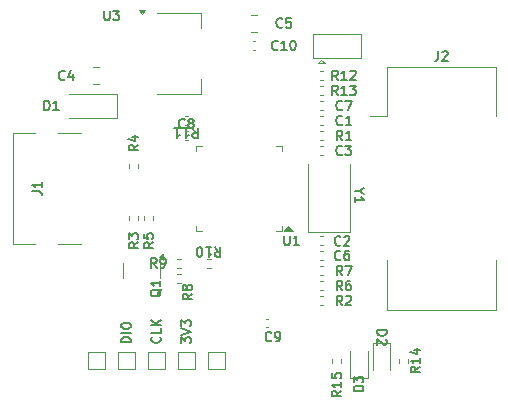
<source format=gbr>
G04 #@! TF.GenerationSoftware,KiCad,Pcbnew,9.0.2+dfsg-1*
G04 #@! TF.CreationDate,2025-08-10T10:43:45+08:00*
G04 #@! TF.ProjectId,stlink,73746c69-6e6b-42e6-9b69-6361645f7063,a*
G04 #@! TF.SameCoordinates,Original*
G04 #@! TF.FileFunction,Legend,Top*
G04 #@! TF.FilePolarity,Positive*
%FSLAX46Y46*%
G04 Gerber Fmt 4.6, Leading zero omitted, Abs format (unit mm)*
G04 Created by KiCad (PCBNEW 9.0.2+dfsg-1) date 2025-08-10 10:43:45*
%MOMM*%
%LPD*%
G01*
G04 APERTURE LIST*
%ADD10C,0.150000*%
%ADD11C,0.120000*%
G04 APERTURE END LIST*
D10*
X113951104Y-101488696D02*
X113989200Y-101526792D01*
X113989200Y-101526792D02*
X114027295Y-101641077D01*
X114027295Y-101641077D02*
X114027295Y-101717268D01*
X114027295Y-101717268D02*
X113989200Y-101831554D01*
X113989200Y-101831554D02*
X113913009Y-101907744D01*
X113913009Y-101907744D02*
X113836819Y-101945839D01*
X113836819Y-101945839D02*
X113684438Y-101983935D01*
X113684438Y-101983935D02*
X113570152Y-101983935D01*
X113570152Y-101983935D02*
X113417771Y-101945839D01*
X113417771Y-101945839D02*
X113341580Y-101907744D01*
X113341580Y-101907744D02*
X113265390Y-101831554D01*
X113265390Y-101831554D02*
X113227295Y-101717268D01*
X113227295Y-101717268D02*
X113227295Y-101641077D01*
X113227295Y-101641077D02*
X113265390Y-101526792D01*
X113265390Y-101526792D02*
X113303485Y-101488696D01*
X114027295Y-100764887D02*
X114027295Y-101145839D01*
X114027295Y-101145839D02*
X113227295Y-101145839D01*
X114027295Y-100498220D02*
X113227295Y-100498220D01*
X114027295Y-100041077D02*
X113570152Y-100383935D01*
X113227295Y-100041077D02*
X113684438Y-100498220D01*
X111487295Y-101945839D02*
X110687295Y-101945839D01*
X110687295Y-101945839D02*
X110687295Y-101755363D01*
X110687295Y-101755363D02*
X110725390Y-101641077D01*
X110725390Y-101641077D02*
X110801580Y-101564887D01*
X110801580Y-101564887D02*
X110877771Y-101526792D01*
X110877771Y-101526792D02*
X111030152Y-101488696D01*
X111030152Y-101488696D02*
X111144438Y-101488696D01*
X111144438Y-101488696D02*
X111296819Y-101526792D01*
X111296819Y-101526792D02*
X111373009Y-101564887D01*
X111373009Y-101564887D02*
X111449200Y-101641077D01*
X111449200Y-101641077D02*
X111487295Y-101755363D01*
X111487295Y-101755363D02*
X111487295Y-101945839D01*
X111487295Y-101145839D02*
X110687295Y-101145839D01*
X110687295Y-100612506D02*
X110687295Y-100460125D01*
X110687295Y-100460125D02*
X110725390Y-100383935D01*
X110725390Y-100383935D02*
X110801580Y-100307744D01*
X110801580Y-100307744D02*
X110953961Y-100269649D01*
X110953961Y-100269649D02*
X111220628Y-100269649D01*
X111220628Y-100269649D02*
X111373009Y-100307744D01*
X111373009Y-100307744D02*
X111449200Y-100383935D01*
X111449200Y-100383935D02*
X111487295Y-100460125D01*
X111487295Y-100460125D02*
X111487295Y-100612506D01*
X111487295Y-100612506D02*
X111449200Y-100688697D01*
X111449200Y-100688697D02*
X111373009Y-100764887D01*
X111373009Y-100764887D02*
X111220628Y-100802983D01*
X111220628Y-100802983D02*
X110953961Y-100802983D01*
X110953961Y-100802983D02*
X110801580Y-100764887D01*
X110801580Y-100764887D02*
X110725390Y-100688697D01*
X110725390Y-100688697D02*
X110687295Y-100612506D01*
X115767295Y-102022030D02*
X115767295Y-101526792D01*
X115767295Y-101526792D02*
X116072057Y-101793458D01*
X116072057Y-101793458D02*
X116072057Y-101679173D01*
X116072057Y-101679173D02*
X116110152Y-101602982D01*
X116110152Y-101602982D02*
X116148247Y-101564887D01*
X116148247Y-101564887D02*
X116224438Y-101526792D01*
X116224438Y-101526792D02*
X116414914Y-101526792D01*
X116414914Y-101526792D02*
X116491104Y-101564887D01*
X116491104Y-101564887D02*
X116529200Y-101602982D01*
X116529200Y-101602982D02*
X116567295Y-101679173D01*
X116567295Y-101679173D02*
X116567295Y-101907744D01*
X116567295Y-101907744D02*
X116529200Y-101983935D01*
X116529200Y-101983935D02*
X116491104Y-102022030D01*
X115767295Y-101298220D02*
X116567295Y-101031553D01*
X116567295Y-101031553D02*
X115767295Y-100764887D01*
X115767295Y-100574411D02*
X115767295Y-100079173D01*
X115767295Y-100079173D02*
X116072057Y-100345839D01*
X116072057Y-100345839D02*
X116072057Y-100231554D01*
X116072057Y-100231554D02*
X116110152Y-100155363D01*
X116110152Y-100155363D02*
X116148247Y-100117268D01*
X116148247Y-100117268D02*
X116224438Y-100079173D01*
X116224438Y-100079173D02*
X116414914Y-100079173D01*
X116414914Y-100079173D02*
X116491104Y-100117268D01*
X116491104Y-100117268D02*
X116529200Y-100155363D01*
X116529200Y-100155363D02*
X116567295Y-100231554D01*
X116567295Y-100231554D02*
X116567295Y-100460125D01*
X116567295Y-100460125D02*
X116529200Y-100536316D01*
X116529200Y-100536316D02*
X116491104Y-100574411D01*
X105911667Y-79661104D02*
X105873571Y-79699200D01*
X105873571Y-79699200D02*
X105759286Y-79737295D01*
X105759286Y-79737295D02*
X105683095Y-79737295D01*
X105683095Y-79737295D02*
X105568809Y-79699200D01*
X105568809Y-79699200D02*
X105492619Y-79623009D01*
X105492619Y-79623009D02*
X105454524Y-79546819D01*
X105454524Y-79546819D02*
X105416428Y-79394438D01*
X105416428Y-79394438D02*
X105416428Y-79280152D01*
X105416428Y-79280152D02*
X105454524Y-79127771D01*
X105454524Y-79127771D02*
X105492619Y-79051580D01*
X105492619Y-79051580D02*
X105568809Y-78975390D01*
X105568809Y-78975390D02*
X105683095Y-78937295D01*
X105683095Y-78937295D02*
X105759286Y-78937295D01*
X105759286Y-78937295D02*
X105873571Y-78975390D01*
X105873571Y-78975390D02*
X105911667Y-79013485D01*
X106597381Y-79203961D02*
X106597381Y-79737295D01*
X106406905Y-78899200D02*
X106216428Y-79470628D01*
X106216428Y-79470628D02*
X106711667Y-79470628D01*
X124326667Y-75216104D02*
X124288571Y-75254200D01*
X124288571Y-75254200D02*
X124174286Y-75292295D01*
X124174286Y-75292295D02*
X124098095Y-75292295D01*
X124098095Y-75292295D02*
X123983809Y-75254200D01*
X123983809Y-75254200D02*
X123907619Y-75178009D01*
X123907619Y-75178009D02*
X123869524Y-75101819D01*
X123869524Y-75101819D02*
X123831428Y-74949438D01*
X123831428Y-74949438D02*
X123831428Y-74835152D01*
X123831428Y-74835152D02*
X123869524Y-74682771D01*
X123869524Y-74682771D02*
X123907619Y-74606580D01*
X123907619Y-74606580D02*
X123983809Y-74530390D01*
X123983809Y-74530390D02*
X124098095Y-74492295D01*
X124098095Y-74492295D02*
X124174286Y-74492295D01*
X124174286Y-74492295D02*
X124288571Y-74530390D01*
X124288571Y-74530390D02*
X124326667Y-74568485D01*
X125050476Y-74492295D02*
X124669524Y-74492295D01*
X124669524Y-74492295D02*
X124631428Y-74873247D01*
X124631428Y-74873247D02*
X124669524Y-74835152D01*
X124669524Y-74835152D02*
X124745714Y-74797057D01*
X124745714Y-74797057D02*
X124936190Y-74797057D01*
X124936190Y-74797057D02*
X125012381Y-74835152D01*
X125012381Y-74835152D02*
X125050476Y-74873247D01*
X125050476Y-74873247D02*
X125088571Y-74949438D01*
X125088571Y-74949438D02*
X125088571Y-75139914D01*
X125088571Y-75139914D02*
X125050476Y-75216104D01*
X125050476Y-75216104D02*
X125012381Y-75254200D01*
X125012381Y-75254200D02*
X124936190Y-75292295D01*
X124936190Y-75292295D02*
X124745714Y-75292295D01*
X124745714Y-75292295D02*
X124669524Y-75254200D01*
X124669524Y-75254200D02*
X124631428Y-75216104D01*
X113392295Y-93478332D02*
X113011342Y-93744999D01*
X113392295Y-93935475D02*
X112592295Y-93935475D01*
X112592295Y-93935475D02*
X112592295Y-93630713D01*
X112592295Y-93630713D02*
X112630390Y-93554523D01*
X112630390Y-93554523D02*
X112668485Y-93516428D01*
X112668485Y-93516428D02*
X112744676Y-93478332D01*
X112744676Y-93478332D02*
X112858961Y-93478332D01*
X112858961Y-93478332D02*
X112935152Y-93516428D01*
X112935152Y-93516428D02*
X112973247Y-93554523D01*
X112973247Y-93554523D02*
X113011342Y-93630713D01*
X113011342Y-93630713D02*
X113011342Y-93935475D01*
X112592295Y-92754523D02*
X112592295Y-93135475D01*
X112592295Y-93135475D02*
X112973247Y-93173571D01*
X112973247Y-93173571D02*
X112935152Y-93135475D01*
X112935152Y-93135475D02*
X112897057Y-93059285D01*
X112897057Y-93059285D02*
X112897057Y-92868809D01*
X112897057Y-92868809D02*
X112935152Y-92792618D01*
X112935152Y-92792618D02*
X112973247Y-92754523D01*
X112973247Y-92754523D02*
X113049438Y-92716428D01*
X113049438Y-92716428D02*
X113239914Y-92716428D01*
X113239914Y-92716428D02*
X113316104Y-92754523D01*
X113316104Y-92754523D02*
X113354200Y-92792618D01*
X113354200Y-92792618D02*
X113392295Y-92868809D01*
X113392295Y-92868809D02*
X113392295Y-93059285D01*
X113392295Y-93059285D02*
X113354200Y-93135475D01*
X113354200Y-93135475D02*
X113316104Y-93173571D01*
X129251667Y-94901104D02*
X129213571Y-94939200D01*
X129213571Y-94939200D02*
X129099286Y-94977295D01*
X129099286Y-94977295D02*
X129023095Y-94977295D01*
X129023095Y-94977295D02*
X128908809Y-94939200D01*
X128908809Y-94939200D02*
X128832619Y-94863009D01*
X128832619Y-94863009D02*
X128794524Y-94786819D01*
X128794524Y-94786819D02*
X128756428Y-94634438D01*
X128756428Y-94634438D02*
X128756428Y-94520152D01*
X128756428Y-94520152D02*
X128794524Y-94367771D01*
X128794524Y-94367771D02*
X128832619Y-94291580D01*
X128832619Y-94291580D02*
X128908809Y-94215390D01*
X128908809Y-94215390D02*
X129023095Y-94177295D01*
X129023095Y-94177295D02*
X129099286Y-94177295D01*
X129099286Y-94177295D02*
X129213571Y-94215390D01*
X129213571Y-94215390D02*
X129251667Y-94253485D01*
X129937381Y-94177295D02*
X129785000Y-94177295D01*
X129785000Y-94177295D02*
X129708809Y-94215390D01*
X129708809Y-94215390D02*
X129670714Y-94253485D01*
X129670714Y-94253485D02*
X129594524Y-94367771D01*
X129594524Y-94367771D02*
X129556428Y-94520152D01*
X129556428Y-94520152D02*
X129556428Y-94824914D01*
X129556428Y-94824914D02*
X129594524Y-94901104D01*
X129594524Y-94901104D02*
X129632619Y-94939200D01*
X129632619Y-94939200D02*
X129708809Y-94977295D01*
X129708809Y-94977295D02*
X129861190Y-94977295D01*
X129861190Y-94977295D02*
X129937381Y-94939200D01*
X129937381Y-94939200D02*
X129975476Y-94901104D01*
X129975476Y-94901104D02*
X130013571Y-94824914D01*
X130013571Y-94824914D02*
X130013571Y-94634438D01*
X130013571Y-94634438D02*
X129975476Y-94558247D01*
X129975476Y-94558247D02*
X129937381Y-94520152D01*
X129937381Y-94520152D02*
X129861190Y-94482057D01*
X129861190Y-94482057D02*
X129708809Y-94482057D01*
X129708809Y-94482057D02*
X129632619Y-94520152D01*
X129632619Y-94520152D02*
X129594524Y-94558247D01*
X129594524Y-94558247D02*
X129556428Y-94634438D01*
X129406667Y-82201104D02*
X129368571Y-82239200D01*
X129368571Y-82239200D02*
X129254286Y-82277295D01*
X129254286Y-82277295D02*
X129178095Y-82277295D01*
X129178095Y-82277295D02*
X129063809Y-82239200D01*
X129063809Y-82239200D02*
X128987619Y-82163009D01*
X128987619Y-82163009D02*
X128949524Y-82086819D01*
X128949524Y-82086819D02*
X128911428Y-81934438D01*
X128911428Y-81934438D02*
X128911428Y-81820152D01*
X128911428Y-81820152D02*
X128949524Y-81667771D01*
X128949524Y-81667771D02*
X128987619Y-81591580D01*
X128987619Y-81591580D02*
X129063809Y-81515390D01*
X129063809Y-81515390D02*
X129178095Y-81477295D01*
X129178095Y-81477295D02*
X129254286Y-81477295D01*
X129254286Y-81477295D02*
X129368571Y-81515390D01*
X129368571Y-81515390D02*
X129406667Y-81553485D01*
X129673333Y-81477295D02*
X130206667Y-81477295D01*
X130206667Y-81477295D02*
X129863809Y-82277295D01*
X116071667Y-83741104D02*
X116033571Y-83779200D01*
X116033571Y-83779200D02*
X115919286Y-83817295D01*
X115919286Y-83817295D02*
X115843095Y-83817295D01*
X115843095Y-83817295D02*
X115728809Y-83779200D01*
X115728809Y-83779200D02*
X115652619Y-83703009D01*
X115652619Y-83703009D02*
X115614524Y-83626819D01*
X115614524Y-83626819D02*
X115576428Y-83474438D01*
X115576428Y-83474438D02*
X115576428Y-83360152D01*
X115576428Y-83360152D02*
X115614524Y-83207771D01*
X115614524Y-83207771D02*
X115652619Y-83131580D01*
X115652619Y-83131580D02*
X115728809Y-83055390D01*
X115728809Y-83055390D02*
X115843095Y-83017295D01*
X115843095Y-83017295D02*
X115919286Y-83017295D01*
X115919286Y-83017295D02*
X116033571Y-83055390D01*
X116033571Y-83055390D02*
X116071667Y-83093485D01*
X116528809Y-83360152D02*
X116452619Y-83322057D01*
X116452619Y-83322057D02*
X116414524Y-83283961D01*
X116414524Y-83283961D02*
X116376428Y-83207771D01*
X116376428Y-83207771D02*
X116376428Y-83169676D01*
X116376428Y-83169676D02*
X116414524Y-83093485D01*
X116414524Y-83093485D02*
X116452619Y-83055390D01*
X116452619Y-83055390D02*
X116528809Y-83017295D01*
X116528809Y-83017295D02*
X116681190Y-83017295D01*
X116681190Y-83017295D02*
X116757381Y-83055390D01*
X116757381Y-83055390D02*
X116795476Y-83093485D01*
X116795476Y-83093485D02*
X116833571Y-83169676D01*
X116833571Y-83169676D02*
X116833571Y-83207771D01*
X116833571Y-83207771D02*
X116795476Y-83283961D01*
X116795476Y-83283961D02*
X116757381Y-83322057D01*
X116757381Y-83322057D02*
X116681190Y-83360152D01*
X116681190Y-83360152D02*
X116528809Y-83360152D01*
X116528809Y-83360152D02*
X116452619Y-83398247D01*
X116452619Y-83398247D02*
X116414524Y-83436342D01*
X116414524Y-83436342D02*
X116376428Y-83512533D01*
X116376428Y-83512533D02*
X116376428Y-83664914D01*
X116376428Y-83664914D02*
X116414524Y-83741104D01*
X116414524Y-83741104D02*
X116452619Y-83779200D01*
X116452619Y-83779200D02*
X116528809Y-83817295D01*
X116528809Y-83817295D02*
X116681190Y-83817295D01*
X116681190Y-83817295D02*
X116757381Y-83779200D01*
X116757381Y-83779200D02*
X116795476Y-83741104D01*
X116795476Y-83741104D02*
X116833571Y-83664914D01*
X116833571Y-83664914D02*
X116833571Y-83512533D01*
X116833571Y-83512533D02*
X116795476Y-83436342D01*
X116795476Y-83436342D02*
X116757381Y-83398247D01*
X116757381Y-83398247D02*
X116681190Y-83360152D01*
X123401667Y-101786104D02*
X123363571Y-101824200D01*
X123363571Y-101824200D02*
X123249286Y-101862295D01*
X123249286Y-101862295D02*
X123173095Y-101862295D01*
X123173095Y-101862295D02*
X123058809Y-101824200D01*
X123058809Y-101824200D02*
X122982619Y-101748009D01*
X122982619Y-101748009D02*
X122944524Y-101671819D01*
X122944524Y-101671819D02*
X122906428Y-101519438D01*
X122906428Y-101519438D02*
X122906428Y-101405152D01*
X122906428Y-101405152D02*
X122944524Y-101252771D01*
X122944524Y-101252771D02*
X122982619Y-101176580D01*
X122982619Y-101176580D02*
X123058809Y-101100390D01*
X123058809Y-101100390D02*
X123173095Y-101062295D01*
X123173095Y-101062295D02*
X123249286Y-101062295D01*
X123249286Y-101062295D02*
X123363571Y-101100390D01*
X123363571Y-101100390D02*
X123401667Y-101138485D01*
X123782619Y-101862295D02*
X123935000Y-101862295D01*
X123935000Y-101862295D02*
X124011190Y-101824200D01*
X124011190Y-101824200D02*
X124049286Y-101786104D01*
X124049286Y-101786104D02*
X124125476Y-101671819D01*
X124125476Y-101671819D02*
X124163571Y-101519438D01*
X124163571Y-101519438D02*
X124163571Y-101214676D01*
X124163571Y-101214676D02*
X124125476Y-101138485D01*
X124125476Y-101138485D02*
X124087381Y-101100390D01*
X124087381Y-101100390D02*
X124011190Y-101062295D01*
X124011190Y-101062295D02*
X123858809Y-101062295D01*
X123858809Y-101062295D02*
X123782619Y-101100390D01*
X123782619Y-101100390D02*
X123744524Y-101138485D01*
X123744524Y-101138485D02*
X123706428Y-101214676D01*
X123706428Y-101214676D02*
X123706428Y-101405152D01*
X123706428Y-101405152D02*
X123744524Y-101481342D01*
X123744524Y-101481342D02*
X123782619Y-101519438D01*
X123782619Y-101519438D02*
X123858809Y-101557533D01*
X123858809Y-101557533D02*
X124011190Y-101557533D01*
X124011190Y-101557533D02*
X124087381Y-101519438D01*
X124087381Y-101519438D02*
X124125476Y-101481342D01*
X124125476Y-101481342D02*
X124163571Y-101405152D01*
X137528333Y-77302295D02*
X137528333Y-77873723D01*
X137528333Y-77873723D02*
X137490238Y-77988009D01*
X137490238Y-77988009D02*
X137414047Y-78064200D01*
X137414047Y-78064200D02*
X137299762Y-78102295D01*
X137299762Y-78102295D02*
X137223571Y-78102295D01*
X137871190Y-77378485D02*
X137909286Y-77340390D01*
X137909286Y-77340390D02*
X137985476Y-77302295D01*
X137985476Y-77302295D02*
X138175952Y-77302295D01*
X138175952Y-77302295D02*
X138252143Y-77340390D01*
X138252143Y-77340390D02*
X138290238Y-77378485D01*
X138290238Y-77378485D02*
X138328333Y-77454676D01*
X138328333Y-77454676D02*
X138328333Y-77530866D01*
X138328333Y-77530866D02*
X138290238Y-77645152D01*
X138290238Y-77645152D02*
X137833095Y-78102295D01*
X137833095Y-78102295D02*
X138328333Y-78102295D01*
X129251667Y-93681104D02*
X129213571Y-93719200D01*
X129213571Y-93719200D02*
X129099286Y-93757295D01*
X129099286Y-93757295D02*
X129023095Y-93757295D01*
X129023095Y-93757295D02*
X128908809Y-93719200D01*
X128908809Y-93719200D02*
X128832619Y-93643009D01*
X128832619Y-93643009D02*
X128794524Y-93566819D01*
X128794524Y-93566819D02*
X128756428Y-93414438D01*
X128756428Y-93414438D02*
X128756428Y-93300152D01*
X128756428Y-93300152D02*
X128794524Y-93147771D01*
X128794524Y-93147771D02*
X128832619Y-93071580D01*
X128832619Y-93071580D02*
X128908809Y-92995390D01*
X128908809Y-92995390D02*
X129023095Y-92957295D01*
X129023095Y-92957295D02*
X129099286Y-92957295D01*
X129099286Y-92957295D02*
X129213571Y-92995390D01*
X129213571Y-92995390D02*
X129251667Y-93033485D01*
X129556428Y-93033485D02*
X129594524Y-92995390D01*
X129594524Y-92995390D02*
X129670714Y-92957295D01*
X129670714Y-92957295D02*
X129861190Y-92957295D01*
X129861190Y-92957295D02*
X129937381Y-92995390D01*
X129937381Y-92995390D02*
X129975476Y-93033485D01*
X129975476Y-93033485D02*
X130013571Y-93109676D01*
X130013571Y-93109676D02*
X130013571Y-93185866D01*
X130013571Y-93185866D02*
X129975476Y-93300152D01*
X129975476Y-93300152D02*
X129518333Y-93757295D01*
X129518333Y-93757295D02*
X130013571Y-93757295D01*
X129406667Y-86011104D02*
X129368571Y-86049200D01*
X129368571Y-86049200D02*
X129254286Y-86087295D01*
X129254286Y-86087295D02*
X129178095Y-86087295D01*
X129178095Y-86087295D02*
X129063809Y-86049200D01*
X129063809Y-86049200D02*
X128987619Y-85973009D01*
X128987619Y-85973009D02*
X128949524Y-85896819D01*
X128949524Y-85896819D02*
X128911428Y-85744438D01*
X128911428Y-85744438D02*
X128911428Y-85630152D01*
X128911428Y-85630152D02*
X128949524Y-85477771D01*
X128949524Y-85477771D02*
X128987619Y-85401580D01*
X128987619Y-85401580D02*
X129063809Y-85325390D01*
X129063809Y-85325390D02*
X129178095Y-85287295D01*
X129178095Y-85287295D02*
X129254286Y-85287295D01*
X129254286Y-85287295D02*
X129368571Y-85325390D01*
X129368571Y-85325390D02*
X129406667Y-85363485D01*
X129673333Y-85287295D02*
X130168571Y-85287295D01*
X130168571Y-85287295D02*
X129901905Y-85592057D01*
X129901905Y-85592057D02*
X130016190Y-85592057D01*
X130016190Y-85592057D02*
X130092381Y-85630152D01*
X130092381Y-85630152D02*
X130130476Y-85668247D01*
X130130476Y-85668247D02*
X130168571Y-85744438D01*
X130168571Y-85744438D02*
X130168571Y-85934914D01*
X130168571Y-85934914D02*
X130130476Y-86011104D01*
X130130476Y-86011104D02*
X130092381Y-86049200D01*
X130092381Y-86049200D02*
X130016190Y-86087295D01*
X130016190Y-86087295D02*
X129787619Y-86087295D01*
X129787619Y-86087295D02*
X129711428Y-86049200D01*
X129711428Y-86049200D02*
X129673333Y-86011104D01*
X132352704Y-100944524D02*
X133152704Y-100944524D01*
X133152704Y-100944524D02*
X133152704Y-101135000D01*
X133152704Y-101135000D02*
X133114609Y-101249286D01*
X133114609Y-101249286D02*
X133038419Y-101325476D01*
X133038419Y-101325476D02*
X132962228Y-101363571D01*
X132962228Y-101363571D02*
X132809847Y-101401667D01*
X132809847Y-101401667D02*
X132695561Y-101401667D01*
X132695561Y-101401667D02*
X132543180Y-101363571D01*
X132543180Y-101363571D02*
X132466990Y-101325476D01*
X132466990Y-101325476D02*
X132390800Y-101249286D01*
X132390800Y-101249286D02*
X132352704Y-101135000D01*
X132352704Y-101135000D02*
X132352704Y-100944524D01*
X133076514Y-101706428D02*
X133114609Y-101744524D01*
X133114609Y-101744524D02*
X133152704Y-101820714D01*
X133152704Y-101820714D02*
X133152704Y-102011190D01*
X133152704Y-102011190D02*
X133114609Y-102087381D01*
X133114609Y-102087381D02*
X133076514Y-102125476D01*
X133076514Y-102125476D02*
X133000323Y-102163571D01*
X133000323Y-102163571D02*
X132924133Y-102163571D01*
X132924133Y-102163571D02*
X132809847Y-102125476D01*
X132809847Y-102125476D02*
X132352704Y-101668333D01*
X132352704Y-101668333D02*
X132352704Y-102163571D01*
X131172295Y-106065475D02*
X130372295Y-106065475D01*
X130372295Y-106065475D02*
X130372295Y-105874999D01*
X130372295Y-105874999D02*
X130410390Y-105760713D01*
X130410390Y-105760713D02*
X130486580Y-105684523D01*
X130486580Y-105684523D02*
X130562771Y-105646428D01*
X130562771Y-105646428D02*
X130715152Y-105608332D01*
X130715152Y-105608332D02*
X130829438Y-105608332D01*
X130829438Y-105608332D02*
X130981819Y-105646428D01*
X130981819Y-105646428D02*
X131058009Y-105684523D01*
X131058009Y-105684523D02*
X131134200Y-105760713D01*
X131134200Y-105760713D02*
X131172295Y-105874999D01*
X131172295Y-105874999D02*
X131172295Y-106065475D01*
X130372295Y-105341666D02*
X130372295Y-104846428D01*
X130372295Y-104846428D02*
X130677057Y-105113094D01*
X130677057Y-105113094D02*
X130677057Y-104998809D01*
X130677057Y-104998809D02*
X130715152Y-104922618D01*
X130715152Y-104922618D02*
X130753247Y-104884523D01*
X130753247Y-104884523D02*
X130829438Y-104846428D01*
X130829438Y-104846428D02*
X131019914Y-104846428D01*
X131019914Y-104846428D02*
X131096104Y-104884523D01*
X131096104Y-104884523D02*
X131134200Y-104922618D01*
X131134200Y-104922618D02*
X131172295Y-104998809D01*
X131172295Y-104998809D02*
X131172295Y-105227380D01*
X131172295Y-105227380D02*
X131134200Y-105303571D01*
X131134200Y-105303571D02*
X131096104Y-105341666D01*
X135982295Y-104019285D02*
X135601342Y-104285952D01*
X135982295Y-104476428D02*
X135182295Y-104476428D01*
X135182295Y-104476428D02*
X135182295Y-104171666D01*
X135182295Y-104171666D02*
X135220390Y-104095476D01*
X135220390Y-104095476D02*
X135258485Y-104057381D01*
X135258485Y-104057381D02*
X135334676Y-104019285D01*
X135334676Y-104019285D02*
X135448961Y-104019285D01*
X135448961Y-104019285D02*
X135525152Y-104057381D01*
X135525152Y-104057381D02*
X135563247Y-104095476D01*
X135563247Y-104095476D02*
X135601342Y-104171666D01*
X135601342Y-104171666D02*
X135601342Y-104476428D01*
X135982295Y-103257381D02*
X135982295Y-103714524D01*
X135982295Y-103485952D02*
X135182295Y-103485952D01*
X135182295Y-103485952D02*
X135296580Y-103562143D01*
X135296580Y-103562143D02*
X135372771Y-103638333D01*
X135372771Y-103638333D02*
X135410866Y-103714524D01*
X135448961Y-102571666D02*
X135982295Y-102571666D01*
X135144200Y-102762142D02*
X135715628Y-102952619D01*
X135715628Y-102952619D02*
X135715628Y-102457380D01*
X104184524Y-82277295D02*
X104184524Y-81477295D01*
X104184524Y-81477295D02*
X104375000Y-81477295D01*
X104375000Y-81477295D02*
X104489286Y-81515390D01*
X104489286Y-81515390D02*
X104565476Y-81591580D01*
X104565476Y-81591580D02*
X104603571Y-81667771D01*
X104603571Y-81667771D02*
X104641667Y-81820152D01*
X104641667Y-81820152D02*
X104641667Y-81934438D01*
X104641667Y-81934438D02*
X104603571Y-82086819D01*
X104603571Y-82086819D02*
X104565476Y-82163009D01*
X104565476Y-82163009D02*
X104489286Y-82239200D01*
X104489286Y-82239200D02*
X104375000Y-82277295D01*
X104375000Y-82277295D02*
X104184524Y-82277295D01*
X105403571Y-82277295D02*
X104946428Y-82277295D01*
X105175000Y-82277295D02*
X105175000Y-81477295D01*
X105175000Y-81477295D02*
X105098809Y-81591580D01*
X105098809Y-81591580D02*
X105022619Y-81667771D01*
X105022619Y-81667771D02*
X104946428Y-81705866D01*
X124485476Y-92907295D02*
X124485476Y-93554914D01*
X124485476Y-93554914D02*
X124523571Y-93631104D01*
X124523571Y-93631104D02*
X124561666Y-93669200D01*
X124561666Y-93669200D02*
X124637857Y-93707295D01*
X124637857Y-93707295D02*
X124790238Y-93707295D01*
X124790238Y-93707295D02*
X124866428Y-93669200D01*
X124866428Y-93669200D02*
X124904523Y-93631104D01*
X124904523Y-93631104D02*
X124942619Y-93554914D01*
X124942619Y-93554914D02*
X124942619Y-92907295D01*
X125742618Y-93707295D02*
X125285475Y-93707295D01*
X125514047Y-93707295D02*
X125514047Y-92907295D01*
X125514047Y-92907295D02*
X125437856Y-93021580D01*
X125437856Y-93021580D02*
X125361666Y-93097771D01*
X125361666Y-93097771D02*
X125285475Y-93135866D01*
X129406667Y-83471104D02*
X129368571Y-83509200D01*
X129368571Y-83509200D02*
X129254286Y-83547295D01*
X129254286Y-83547295D02*
X129178095Y-83547295D01*
X129178095Y-83547295D02*
X129063809Y-83509200D01*
X129063809Y-83509200D02*
X128987619Y-83433009D01*
X128987619Y-83433009D02*
X128949524Y-83356819D01*
X128949524Y-83356819D02*
X128911428Y-83204438D01*
X128911428Y-83204438D02*
X128911428Y-83090152D01*
X128911428Y-83090152D02*
X128949524Y-82937771D01*
X128949524Y-82937771D02*
X128987619Y-82861580D01*
X128987619Y-82861580D02*
X129063809Y-82785390D01*
X129063809Y-82785390D02*
X129178095Y-82747295D01*
X129178095Y-82747295D02*
X129254286Y-82747295D01*
X129254286Y-82747295D02*
X129368571Y-82785390D01*
X129368571Y-82785390D02*
X129406667Y-82823485D01*
X130168571Y-83547295D02*
X129711428Y-83547295D01*
X129940000Y-83547295D02*
X129940000Y-82747295D01*
X129940000Y-82747295D02*
X129863809Y-82861580D01*
X129863809Y-82861580D02*
X129787619Y-82937771D01*
X129787619Y-82937771D02*
X129711428Y-82975866D01*
X129406667Y-84817295D02*
X129140000Y-84436342D01*
X128949524Y-84817295D02*
X128949524Y-84017295D01*
X128949524Y-84017295D02*
X129254286Y-84017295D01*
X129254286Y-84017295D02*
X129330476Y-84055390D01*
X129330476Y-84055390D02*
X129368571Y-84093485D01*
X129368571Y-84093485D02*
X129406667Y-84169676D01*
X129406667Y-84169676D02*
X129406667Y-84283961D01*
X129406667Y-84283961D02*
X129368571Y-84360152D01*
X129368571Y-84360152D02*
X129330476Y-84398247D01*
X129330476Y-84398247D02*
X129254286Y-84436342D01*
X129254286Y-84436342D02*
X128949524Y-84436342D01*
X130168571Y-84817295D02*
X129711428Y-84817295D01*
X129940000Y-84817295D02*
X129940000Y-84017295D01*
X129940000Y-84017295D02*
X129863809Y-84131580D01*
X129863809Y-84131580D02*
X129787619Y-84207771D01*
X129787619Y-84207771D02*
X129711428Y-84245866D01*
X129406667Y-98787295D02*
X129140000Y-98406342D01*
X128949524Y-98787295D02*
X128949524Y-97987295D01*
X128949524Y-97987295D02*
X129254286Y-97987295D01*
X129254286Y-97987295D02*
X129330476Y-98025390D01*
X129330476Y-98025390D02*
X129368571Y-98063485D01*
X129368571Y-98063485D02*
X129406667Y-98139676D01*
X129406667Y-98139676D02*
X129406667Y-98253961D01*
X129406667Y-98253961D02*
X129368571Y-98330152D01*
X129368571Y-98330152D02*
X129330476Y-98368247D01*
X129330476Y-98368247D02*
X129254286Y-98406342D01*
X129254286Y-98406342D02*
X128949524Y-98406342D01*
X129711428Y-98063485D02*
X129749524Y-98025390D01*
X129749524Y-98025390D02*
X129825714Y-97987295D01*
X129825714Y-97987295D02*
X130016190Y-97987295D01*
X130016190Y-97987295D02*
X130092381Y-98025390D01*
X130092381Y-98025390D02*
X130130476Y-98063485D01*
X130130476Y-98063485D02*
X130168571Y-98139676D01*
X130168571Y-98139676D02*
X130168571Y-98215866D01*
X130168571Y-98215866D02*
X130130476Y-98330152D01*
X130130476Y-98330152D02*
X129673333Y-98787295D01*
X129673333Y-98787295D02*
X130168571Y-98787295D01*
X116719285Y-83822704D02*
X116985952Y-84203657D01*
X117176428Y-83822704D02*
X117176428Y-84622704D01*
X117176428Y-84622704D02*
X116871666Y-84622704D01*
X116871666Y-84622704D02*
X116795476Y-84584609D01*
X116795476Y-84584609D02*
X116757381Y-84546514D01*
X116757381Y-84546514D02*
X116719285Y-84470323D01*
X116719285Y-84470323D02*
X116719285Y-84356038D01*
X116719285Y-84356038D02*
X116757381Y-84279847D01*
X116757381Y-84279847D02*
X116795476Y-84241752D01*
X116795476Y-84241752D02*
X116871666Y-84203657D01*
X116871666Y-84203657D02*
X117176428Y-84203657D01*
X115957381Y-83822704D02*
X116414524Y-83822704D01*
X116185952Y-83822704D02*
X116185952Y-84622704D01*
X116185952Y-84622704D02*
X116262143Y-84508419D01*
X116262143Y-84508419D02*
X116338333Y-84432228D01*
X116338333Y-84432228D02*
X116414524Y-84394133D01*
X115195476Y-83822704D02*
X115652619Y-83822704D01*
X115424047Y-83822704D02*
X115424047Y-84622704D01*
X115424047Y-84622704D02*
X115500238Y-84508419D01*
X115500238Y-84508419D02*
X115576428Y-84432228D01*
X115576428Y-84432228D02*
X115652619Y-84394133D01*
X114083485Y-97461190D02*
X114045390Y-97537380D01*
X114045390Y-97537380D02*
X113969200Y-97613571D01*
X113969200Y-97613571D02*
X113854914Y-97727857D01*
X113854914Y-97727857D02*
X113816819Y-97804047D01*
X113816819Y-97804047D02*
X113816819Y-97880238D01*
X114007295Y-97842142D02*
X113969200Y-97918333D01*
X113969200Y-97918333D02*
X113893009Y-97994523D01*
X113893009Y-97994523D02*
X113740628Y-98032619D01*
X113740628Y-98032619D02*
X113473961Y-98032619D01*
X113473961Y-98032619D02*
X113321580Y-97994523D01*
X113321580Y-97994523D02*
X113245390Y-97918333D01*
X113245390Y-97918333D02*
X113207295Y-97842142D01*
X113207295Y-97842142D02*
X113207295Y-97689761D01*
X113207295Y-97689761D02*
X113245390Y-97613571D01*
X113245390Y-97613571D02*
X113321580Y-97537380D01*
X113321580Y-97537380D02*
X113473961Y-97499285D01*
X113473961Y-97499285D02*
X113740628Y-97499285D01*
X113740628Y-97499285D02*
X113893009Y-97537380D01*
X113893009Y-97537380D02*
X113969200Y-97613571D01*
X113969200Y-97613571D02*
X114007295Y-97689761D01*
X114007295Y-97689761D02*
X114007295Y-97842142D01*
X114007295Y-96737381D02*
X114007295Y-97194524D01*
X114007295Y-96965952D02*
X113207295Y-96965952D01*
X113207295Y-96965952D02*
X113321580Y-97042143D01*
X113321580Y-97042143D02*
X113397771Y-97118333D01*
X113397771Y-97118333D02*
X113435866Y-97194524D01*
X116682295Y-97823332D02*
X116301342Y-98089999D01*
X116682295Y-98280475D02*
X115882295Y-98280475D01*
X115882295Y-98280475D02*
X115882295Y-97975713D01*
X115882295Y-97975713D02*
X115920390Y-97899523D01*
X115920390Y-97899523D02*
X115958485Y-97861428D01*
X115958485Y-97861428D02*
X116034676Y-97823332D01*
X116034676Y-97823332D02*
X116148961Y-97823332D01*
X116148961Y-97823332D02*
X116225152Y-97861428D01*
X116225152Y-97861428D02*
X116263247Y-97899523D01*
X116263247Y-97899523D02*
X116301342Y-97975713D01*
X116301342Y-97975713D02*
X116301342Y-98280475D01*
X116225152Y-97366190D02*
X116187057Y-97442380D01*
X116187057Y-97442380D02*
X116148961Y-97480475D01*
X116148961Y-97480475D02*
X116072771Y-97518571D01*
X116072771Y-97518571D02*
X116034676Y-97518571D01*
X116034676Y-97518571D02*
X115958485Y-97480475D01*
X115958485Y-97480475D02*
X115920390Y-97442380D01*
X115920390Y-97442380D02*
X115882295Y-97366190D01*
X115882295Y-97366190D02*
X115882295Y-97213809D01*
X115882295Y-97213809D02*
X115920390Y-97137618D01*
X115920390Y-97137618D02*
X115958485Y-97099523D01*
X115958485Y-97099523D02*
X116034676Y-97061428D01*
X116034676Y-97061428D02*
X116072771Y-97061428D01*
X116072771Y-97061428D02*
X116148961Y-97099523D01*
X116148961Y-97099523D02*
X116187057Y-97137618D01*
X116187057Y-97137618D02*
X116225152Y-97213809D01*
X116225152Y-97213809D02*
X116225152Y-97366190D01*
X116225152Y-97366190D02*
X116263247Y-97442380D01*
X116263247Y-97442380D02*
X116301342Y-97480475D01*
X116301342Y-97480475D02*
X116377533Y-97518571D01*
X116377533Y-97518571D02*
X116529914Y-97518571D01*
X116529914Y-97518571D02*
X116606104Y-97480475D01*
X116606104Y-97480475D02*
X116644200Y-97442380D01*
X116644200Y-97442380D02*
X116682295Y-97366190D01*
X116682295Y-97366190D02*
X116682295Y-97213809D01*
X116682295Y-97213809D02*
X116644200Y-97137618D01*
X116644200Y-97137618D02*
X116606104Y-97099523D01*
X116606104Y-97099523D02*
X116529914Y-97061428D01*
X116529914Y-97061428D02*
X116377533Y-97061428D01*
X116377533Y-97061428D02*
X116301342Y-97099523D01*
X116301342Y-97099523D02*
X116263247Y-97137618D01*
X116263247Y-97137618D02*
X116225152Y-97213809D01*
X113686667Y-95612295D02*
X113420000Y-95231342D01*
X113229524Y-95612295D02*
X113229524Y-94812295D01*
X113229524Y-94812295D02*
X113534286Y-94812295D01*
X113534286Y-94812295D02*
X113610476Y-94850390D01*
X113610476Y-94850390D02*
X113648571Y-94888485D01*
X113648571Y-94888485D02*
X113686667Y-94964676D01*
X113686667Y-94964676D02*
X113686667Y-95078961D01*
X113686667Y-95078961D02*
X113648571Y-95155152D01*
X113648571Y-95155152D02*
X113610476Y-95193247D01*
X113610476Y-95193247D02*
X113534286Y-95231342D01*
X113534286Y-95231342D02*
X113229524Y-95231342D01*
X114067619Y-95612295D02*
X114220000Y-95612295D01*
X114220000Y-95612295D02*
X114296190Y-95574200D01*
X114296190Y-95574200D02*
X114334286Y-95536104D01*
X114334286Y-95536104D02*
X114410476Y-95421819D01*
X114410476Y-95421819D02*
X114448571Y-95269438D01*
X114448571Y-95269438D02*
X114448571Y-94964676D01*
X114448571Y-94964676D02*
X114410476Y-94888485D01*
X114410476Y-94888485D02*
X114372381Y-94850390D01*
X114372381Y-94850390D02*
X114296190Y-94812295D01*
X114296190Y-94812295D02*
X114143809Y-94812295D01*
X114143809Y-94812295D02*
X114067619Y-94850390D01*
X114067619Y-94850390D02*
X114029524Y-94888485D01*
X114029524Y-94888485D02*
X113991428Y-94964676D01*
X113991428Y-94964676D02*
X113991428Y-95155152D01*
X113991428Y-95155152D02*
X114029524Y-95231342D01*
X114029524Y-95231342D02*
X114067619Y-95269438D01*
X114067619Y-95269438D02*
X114143809Y-95307533D01*
X114143809Y-95307533D02*
X114296190Y-95307533D01*
X114296190Y-95307533D02*
X114372381Y-95269438D01*
X114372381Y-95269438D02*
X114410476Y-95231342D01*
X114410476Y-95231342D02*
X114448571Y-95155152D01*
X129406667Y-97517295D02*
X129140000Y-97136342D01*
X128949524Y-97517295D02*
X128949524Y-96717295D01*
X128949524Y-96717295D02*
X129254286Y-96717295D01*
X129254286Y-96717295D02*
X129330476Y-96755390D01*
X129330476Y-96755390D02*
X129368571Y-96793485D01*
X129368571Y-96793485D02*
X129406667Y-96869676D01*
X129406667Y-96869676D02*
X129406667Y-96983961D01*
X129406667Y-96983961D02*
X129368571Y-97060152D01*
X129368571Y-97060152D02*
X129330476Y-97098247D01*
X129330476Y-97098247D02*
X129254286Y-97136342D01*
X129254286Y-97136342D02*
X128949524Y-97136342D01*
X130092381Y-96717295D02*
X129940000Y-96717295D01*
X129940000Y-96717295D02*
X129863809Y-96755390D01*
X129863809Y-96755390D02*
X129825714Y-96793485D01*
X129825714Y-96793485D02*
X129749524Y-96907771D01*
X129749524Y-96907771D02*
X129711428Y-97060152D01*
X129711428Y-97060152D02*
X129711428Y-97364914D01*
X129711428Y-97364914D02*
X129749524Y-97441104D01*
X129749524Y-97441104D02*
X129787619Y-97479200D01*
X129787619Y-97479200D02*
X129863809Y-97517295D01*
X129863809Y-97517295D02*
X130016190Y-97517295D01*
X130016190Y-97517295D02*
X130092381Y-97479200D01*
X130092381Y-97479200D02*
X130130476Y-97441104D01*
X130130476Y-97441104D02*
X130168571Y-97364914D01*
X130168571Y-97364914D02*
X130168571Y-97174438D01*
X130168571Y-97174438D02*
X130130476Y-97098247D01*
X130130476Y-97098247D02*
X130092381Y-97060152D01*
X130092381Y-97060152D02*
X130016190Y-97022057D01*
X130016190Y-97022057D02*
X129863809Y-97022057D01*
X129863809Y-97022057D02*
X129787619Y-97060152D01*
X129787619Y-97060152D02*
X129749524Y-97098247D01*
X129749524Y-97098247D02*
X129711428Y-97174438D01*
X129406667Y-96247295D02*
X129140000Y-95866342D01*
X128949524Y-96247295D02*
X128949524Y-95447295D01*
X128949524Y-95447295D02*
X129254286Y-95447295D01*
X129254286Y-95447295D02*
X129330476Y-95485390D01*
X129330476Y-95485390D02*
X129368571Y-95523485D01*
X129368571Y-95523485D02*
X129406667Y-95599676D01*
X129406667Y-95599676D02*
X129406667Y-95713961D01*
X129406667Y-95713961D02*
X129368571Y-95790152D01*
X129368571Y-95790152D02*
X129330476Y-95828247D01*
X129330476Y-95828247D02*
X129254286Y-95866342D01*
X129254286Y-95866342D02*
X128949524Y-95866342D01*
X129673333Y-95447295D02*
X130206667Y-95447295D01*
X130206667Y-95447295D02*
X129863809Y-96247295D01*
X129025714Y-79737295D02*
X128759047Y-79356342D01*
X128568571Y-79737295D02*
X128568571Y-78937295D01*
X128568571Y-78937295D02*
X128873333Y-78937295D01*
X128873333Y-78937295D02*
X128949523Y-78975390D01*
X128949523Y-78975390D02*
X128987618Y-79013485D01*
X128987618Y-79013485D02*
X129025714Y-79089676D01*
X129025714Y-79089676D02*
X129025714Y-79203961D01*
X129025714Y-79203961D02*
X128987618Y-79280152D01*
X128987618Y-79280152D02*
X128949523Y-79318247D01*
X128949523Y-79318247D02*
X128873333Y-79356342D01*
X128873333Y-79356342D02*
X128568571Y-79356342D01*
X129787618Y-79737295D02*
X129330475Y-79737295D01*
X129559047Y-79737295D02*
X129559047Y-78937295D01*
X129559047Y-78937295D02*
X129482856Y-79051580D01*
X129482856Y-79051580D02*
X129406666Y-79127771D01*
X129406666Y-79127771D02*
X129330475Y-79165866D01*
X130092380Y-79013485D02*
X130130476Y-78975390D01*
X130130476Y-78975390D02*
X130206666Y-78937295D01*
X130206666Y-78937295D02*
X130397142Y-78937295D01*
X130397142Y-78937295D02*
X130473333Y-78975390D01*
X130473333Y-78975390D02*
X130511428Y-79013485D01*
X130511428Y-79013485D02*
X130549523Y-79089676D01*
X130549523Y-79089676D02*
X130549523Y-79165866D01*
X130549523Y-79165866D02*
X130511428Y-79280152D01*
X130511428Y-79280152D02*
X130054285Y-79737295D01*
X130054285Y-79737295D02*
X130549523Y-79737295D01*
X118624285Y-93887704D02*
X118890952Y-94268657D01*
X119081428Y-93887704D02*
X119081428Y-94687704D01*
X119081428Y-94687704D02*
X118776666Y-94687704D01*
X118776666Y-94687704D02*
X118700476Y-94649609D01*
X118700476Y-94649609D02*
X118662381Y-94611514D01*
X118662381Y-94611514D02*
X118624285Y-94535323D01*
X118624285Y-94535323D02*
X118624285Y-94421038D01*
X118624285Y-94421038D02*
X118662381Y-94344847D01*
X118662381Y-94344847D02*
X118700476Y-94306752D01*
X118700476Y-94306752D02*
X118776666Y-94268657D01*
X118776666Y-94268657D02*
X119081428Y-94268657D01*
X117862381Y-93887704D02*
X118319524Y-93887704D01*
X118090952Y-93887704D02*
X118090952Y-94687704D01*
X118090952Y-94687704D02*
X118167143Y-94573419D01*
X118167143Y-94573419D02*
X118243333Y-94497228D01*
X118243333Y-94497228D02*
X118319524Y-94459133D01*
X117367142Y-94687704D02*
X117290952Y-94687704D01*
X117290952Y-94687704D02*
X117214761Y-94649609D01*
X117214761Y-94649609D02*
X117176666Y-94611514D01*
X117176666Y-94611514D02*
X117138571Y-94535323D01*
X117138571Y-94535323D02*
X117100476Y-94382942D01*
X117100476Y-94382942D02*
X117100476Y-94192466D01*
X117100476Y-94192466D02*
X117138571Y-94040085D01*
X117138571Y-94040085D02*
X117176666Y-93963895D01*
X117176666Y-93963895D02*
X117214761Y-93925800D01*
X117214761Y-93925800D02*
X117290952Y-93887704D01*
X117290952Y-93887704D02*
X117367142Y-93887704D01*
X117367142Y-93887704D02*
X117443333Y-93925800D01*
X117443333Y-93925800D02*
X117481428Y-93963895D01*
X117481428Y-93963895D02*
X117519523Y-94040085D01*
X117519523Y-94040085D02*
X117557619Y-94192466D01*
X117557619Y-94192466D02*
X117557619Y-94382942D01*
X117557619Y-94382942D02*
X117519523Y-94535323D01*
X117519523Y-94535323D02*
X117481428Y-94611514D01*
X117481428Y-94611514D02*
X117443333Y-94649609D01*
X117443333Y-94649609D02*
X117367142Y-94687704D01*
X130838657Y-89154048D02*
X130457704Y-89154048D01*
X131257704Y-88887381D02*
X130838657Y-89154048D01*
X130838657Y-89154048D02*
X131257704Y-89420714D01*
X130457704Y-90106428D02*
X130457704Y-89649285D01*
X130457704Y-89877857D02*
X131257704Y-89877857D01*
X131257704Y-89877857D02*
X131143419Y-89801666D01*
X131143419Y-89801666D02*
X131067228Y-89725476D01*
X131067228Y-89725476D02*
X131029133Y-89649285D01*
X129317295Y-106069285D02*
X128936342Y-106335952D01*
X129317295Y-106526428D02*
X128517295Y-106526428D01*
X128517295Y-106526428D02*
X128517295Y-106221666D01*
X128517295Y-106221666D02*
X128555390Y-106145476D01*
X128555390Y-106145476D02*
X128593485Y-106107381D01*
X128593485Y-106107381D02*
X128669676Y-106069285D01*
X128669676Y-106069285D02*
X128783961Y-106069285D01*
X128783961Y-106069285D02*
X128860152Y-106107381D01*
X128860152Y-106107381D02*
X128898247Y-106145476D01*
X128898247Y-106145476D02*
X128936342Y-106221666D01*
X128936342Y-106221666D02*
X128936342Y-106526428D01*
X129317295Y-105307381D02*
X129317295Y-105764524D01*
X129317295Y-105535952D02*
X128517295Y-105535952D01*
X128517295Y-105535952D02*
X128631580Y-105612143D01*
X128631580Y-105612143D02*
X128707771Y-105688333D01*
X128707771Y-105688333D02*
X128745866Y-105764524D01*
X128517295Y-104583571D02*
X128517295Y-104964523D01*
X128517295Y-104964523D02*
X128898247Y-105002619D01*
X128898247Y-105002619D02*
X128860152Y-104964523D01*
X128860152Y-104964523D02*
X128822057Y-104888333D01*
X128822057Y-104888333D02*
X128822057Y-104697857D01*
X128822057Y-104697857D02*
X128860152Y-104621666D01*
X128860152Y-104621666D02*
X128898247Y-104583571D01*
X128898247Y-104583571D02*
X128974438Y-104545476D01*
X128974438Y-104545476D02*
X129164914Y-104545476D01*
X129164914Y-104545476D02*
X129241104Y-104583571D01*
X129241104Y-104583571D02*
X129279200Y-104621666D01*
X129279200Y-104621666D02*
X129317295Y-104697857D01*
X129317295Y-104697857D02*
X129317295Y-104888333D01*
X129317295Y-104888333D02*
X129279200Y-104964523D01*
X129279200Y-104964523D02*
X129241104Y-105002619D01*
X129025714Y-81007295D02*
X128759047Y-80626342D01*
X128568571Y-81007295D02*
X128568571Y-80207295D01*
X128568571Y-80207295D02*
X128873333Y-80207295D01*
X128873333Y-80207295D02*
X128949523Y-80245390D01*
X128949523Y-80245390D02*
X128987618Y-80283485D01*
X128987618Y-80283485D02*
X129025714Y-80359676D01*
X129025714Y-80359676D02*
X129025714Y-80473961D01*
X129025714Y-80473961D02*
X128987618Y-80550152D01*
X128987618Y-80550152D02*
X128949523Y-80588247D01*
X128949523Y-80588247D02*
X128873333Y-80626342D01*
X128873333Y-80626342D02*
X128568571Y-80626342D01*
X129787618Y-81007295D02*
X129330475Y-81007295D01*
X129559047Y-81007295D02*
X129559047Y-80207295D01*
X129559047Y-80207295D02*
X129482856Y-80321580D01*
X129482856Y-80321580D02*
X129406666Y-80397771D01*
X129406666Y-80397771D02*
X129330475Y-80435866D01*
X130054285Y-80207295D02*
X130549523Y-80207295D01*
X130549523Y-80207295D02*
X130282857Y-80512057D01*
X130282857Y-80512057D02*
X130397142Y-80512057D01*
X130397142Y-80512057D02*
X130473333Y-80550152D01*
X130473333Y-80550152D02*
X130511428Y-80588247D01*
X130511428Y-80588247D02*
X130549523Y-80664438D01*
X130549523Y-80664438D02*
X130549523Y-80854914D01*
X130549523Y-80854914D02*
X130511428Y-80931104D01*
X130511428Y-80931104D02*
X130473333Y-80969200D01*
X130473333Y-80969200D02*
X130397142Y-81007295D01*
X130397142Y-81007295D02*
X130168571Y-81007295D01*
X130168571Y-81007295D02*
X130092380Y-80969200D01*
X130092380Y-80969200D02*
X130054285Y-80931104D01*
X112122295Y-93478332D02*
X111741342Y-93744999D01*
X112122295Y-93935475D02*
X111322295Y-93935475D01*
X111322295Y-93935475D02*
X111322295Y-93630713D01*
X111322295Y-93630713D02*
X111360390Y-93554523D01*
X111360390Y-93554523D02*
X111398485Y-93516428D01*
X111398485Y-93516428D02*
X111474676Y-93478332D01*
X111474676Y-93478332D02*
X111588961Y-93478332D01*
X111588961Y-93478332D02*
X111665152Y-93516428D01*
X111665152Y-93516428D02*
X111703247Y-93554523D01*
X111703247Y-93554523D02*
X111741342Y-93630713D01*
X111741342Y-93630713D02*
X111741342Y-93935475D01*
X111322295Y-93211666D02*
X111322295Y-92716428D01*
X111322295Y-92716428D02*
X111627057Y-92983094D01*
X111627057Y-92983094D02*
X111627057Y-92868809D01*
X111627057Y-92868809D02*
X111665152Y-92792618D01*
X111665152Y-92792618D02*
X111703247Y-92754523D01*
X111703247Y-92754523D02*
X111779438Y-92716428D01*
X111779438Y-92716428D02*
X111969914Y-92716428D01*
X111969914Y-92716428D02*
X112046104Y-92754523D01*
X112046104Y-92754523D02*
X112084200Y-92792618D01*
X112084200Y-92792618D02*
X112122295Y-92868809D01*
X112122295Y-92868809D02*
X112122295Y-93097380D01*
X112122295Y-93097380D02*
X112084200Y-93173571D01*
X112084200Y-93173571D02*
X112046104Y-93211666D01*
X103167295Y-89166666D02*
X103738723Y-89166666D01*
X103738723Y-89166666D02*
X103853009Y-89204761D01*
X103853009Y-89204761D02*
X103929200Y-89280952D01*
X103929200Y-89280952D02*
X103967295Y-89395237D01*
X103967295Y-89395237D02*
X103967295Y-89471428D01*
X103967295Y-88366666D02*
X103967295Y-88823809D01*
X103967295Y-88595237D02*
X103167295Y-88595237D01*
X103167295Y-88595237D02*
X103281580Y-88671428D01*
X103281580Y-88671428D02*
X103357771Y-88747618D01*
X103357771Y-88747618D02*
X103395866Y-88823809D01*
X123945714Y-77121104D02*
X123907618Y-77159200D01*
X123907618Y-77159200D02*
X123793333Y-77197295D01*
X123793333Y-77197295D02*
X123717142Y-77197295D01*
X123717142Y-77197295D02*
X123602856Y-77159200D01*
X123602856Y-77159200D02*
X123526666Y-77083009D01*
X123526666Y-77083009D02*
X123488571Y-77006819D01*
X123488571Y-77006819D02*
X123450475Y-76854438D01*
X123450475Y-76854438D02*
X123450475Y-76740152D01*
X123450475Y-76740152D02*
X123488571Y-76587771D01*
X123488571Y-76587771D02*
X123526666Y-76511580D01*
X123526666Y-76511580D02*
X123602856Y-76435390D01*
X123602856Y-76435390D02*
X123717142Y-76397295D01*
X123717142Y-76397295D02*
X123793333Y-76397295D01*
X123793333Y-76397295D02*
X123907618Y-76435390D01*
X123907618Y-76435390D02*
X123945714Y-76473485D01*
X124707618Y-77197295D02*
X124250475Y-77197295D01*
X124479047Y-77197295D02*
X124479047Y-76397295D01*
X124479047Y-76397295D02*
X124402856Y-76511580D01*
X124402856Y-76511580D02*
X124326666Y-76587771D01*
X124326666Y-76587771D02*
X124250475Y-76625866D01*
X125202857Y-76397295D02*
X125279047Y-76397295D01*
X125279047Y-76397295D02*
X125355238Y-76435390D01*
X125355238Y-76435390D02*
X125393333Y-76473485D01*
X125393333Y-76473485D02*
X125431428Y-76549676D01*
X125431428Y-76549676D02*
X125469523Y-76702057D01*
X125469523Y-76702057D02*
X125469523Y-76892533D01*
X125469523Y-76892533D02*
X125431428Y-77044914D01*
X125431428Y-77044914D02*
X125393333Y-77121104D01*
X125393333Y-77121104D02*
X125355238Y-77159200D01*
X125355238Y-77159200D02*
X125279047Y-77197295D01*
X125279047Y-77197295D02*
X125202857Y-77197295D01*
X125202857Y-77197295D02*
X125126666Y-77159200D01*
X125126666Y-77159200D02*
X125088571Y-77121104D01*
X125088571Y-77121104D02*
X125050476Y-77044914D01*
X125050476Y-77044914D02*
X125012380Y-76892533D01*
X125012380Y-76892533D02*
X125012380Y-76702057D01*
X125012380Y-76702057D02*
X125050476Y-76549676D01*
X125050476Y-76549676D02*
X125088571Y-76473485D01*
X125088571Y-76473485D02*
X125126666Y-76435390D01*
X125126666Y-76435390D02*
X125202857Y-76397295D01*
X112122295Y-85223332D02*
X111741342Y-85489999D01*
X112122295Y-85680475D02*
X111322295Y-85680475D01*
X111322295Y-85680475D02*
X111322295Y-85375713D01*
X111322295Y-85375713D02*
X111360390Y-85299523D01*
X111360390Y-85299523D02*
X111398485Y-85261428D01*
X111398485Y-85261428D02*
X111474676Y-85223332D01*
X111474676Y-85223332D02*
X111588961Y-85223332D01*
X111588961Y-85223332D02*
X111665152Y-85261428D01*
X111665152Y-85261428D02*
X111703247Y-85299523D01*
X111703247Y-85299523D02*
X111741342Y-85375713D01*
X111741342Y-85375713D02*
X111741342Y-85680475D01*
X111588961Y-84537618D02*
X112122295Y-84537618D01*
X111284200Y-84728094D02*
X111855628Y-84918571D01*
X111855628Y-84918571D02*
X111855628Y-84423332D01*
X109245476Y-73857295D02*
X109245476Y-74504914D01*
X109245476Y-74504914D02*
X109283571Y-74581104D01*
X109283571Y-74581104D02*
X109321666Y-74619200D01*
X109321666Y-74619200D02*
X109397857Y-74657295D01*
X109397857Y-74657295D02*
X109550238Y-74657295D01*
X109550238Y-74657295D02*
X109626428Y-74619200D01*
X109626428Y-74619200D02*
X109664523Y-74581104D01*
X109664523Y-74581104D02*
X109702619Y-74504914D01*
X109702619Y-74504914D02*
X109702619Y-73857295D01*
X110007380Y-73857295D02*
X110502618Y-73857295D01*
X110502618Y-73857295D02*
X110235952Y-74162057D01*
X110235952Y-74162057D02*
X110350237Y-74162057D01*
X110350237Y-74162057D02*
X110426428Y-74200152D01*
X110426428Y-74200152D02*
X110464523Y-74238247D01*
X110464523Y-74238247D02*
X110502618Y-74314438D01*
X110502618Y-74314438D02*
X110502618Y-74504914D01*
X110502618Y-74504914D02*
X110464523Y-74581104D01*
X110464523Y-74581104D02*
X110426428Y-74619200D01*
X110426428Y-74619200D02*
X110350237Y-74657295D01*
X110350237Y-74657295D02*
X110121666Y-74657295D01*
X110121666Y-74657295D02*
X110045475Y-74619200D01*
X110045475Y-74619200D02*
X110007380Y-74581104D01*
D11*
G04 #@! TO.C,C4*
X108846252Y-78640000D02*
X108323748Y-78640000D01*
X108846252Y-80110000D02*
X108323748Y-80110000D01*
G04 #@! TO.C,C5*
X121658748Y-74195000D02*
X122181252Y-74195000D01*
X121658748Y-75665000D02*
X122181252Y-75665000D01*
G04 #@! TO.C,R5*
X112650000Y-91286359D02*
X112650000Y-91593641D01*
X113410000Y-91286359D02*
X113410000Y-91593641D01*
G04 #@! TO.C,C6*
X127527164Y-94255000D02*
X127742836Y-94255000D01*
X127527164Y-94975000D02*
X127742836Y-94975000D01*
G04 #@! TO.C,C7*
X127527164Y-81555000D02*
X127742836Y-81555000D01*
X127527164Y-82275000D02*
X127742836Y-82275000D01*
G04 #@! TO.C,C8*
X116312836Y-84095000D02*
X116097164Y-84095000D01*
X116312836Y-84815000D02*
X116097164Y-84815000D01*
G04 #@! TO.C,C9*
X123142836Y-99970000D02*
X122927164Y-99970000D01*
X123142836Y-100690000D02*
X122927164Y-100690000D01*
G04 #@! TO.C,J2*
X133210000Y-78630000D02*
X142380000Y-78630000D01*
X133210000Y-82810000D02*
X131710000Y-82810000D01*
X133210000Y-82810000D02*
X133210000Y-78630000D01*
X133210000Y-94990000D02*
X133210000Y-99170000D01*
X133210000Y-99170000D02*
X142380000Y-99170000D01*
X142380000Y-78630000D02*
X142380000Y-82810000D01*
X142380000Y-99170000D02*
X142380000Y-94990000D01*
G04 #@! TO.C,C2*
X127527164Y-92985000D02*
X127742836Y-92985000D01*
X127527164Y-93705000D02*
X127742836Y-93705000D01*
G04 #@! TO.C,C3*
X127527164Y-85365000D02*
X127742836Y-85365000D01*
X127527164Y-86085000D02*
X127742836Y-86085000D01*
G04 #@! TO.C,D2*
X131980000Y-102020000D02*
X131980000Y-104305000D01*
X133450000Y-102020000D02*
X131980000Y-102020000D01*
X133450000Y-104305000D02*
X133450000Y-102020000D01*
G04 #@! TO.C,D3*
X130075000Y-102705000D02*
X130075000Y-104990000D01*
X130075000Y-104990000D02*
X131545000Y-104990000D01*
X131545000Y-104990000D02*
X131545000Y-102705000D01*
G04 #@! TO.C,R14*
X134240000Y-103658641D02*
X134240000Y-103351359D01*
X135000000Y-103658641D02*
X135000000Y-103351359D01*
G04 #@! TO.C,TP3*
X112965000Y-102805000D02*
X114365000Y-102805000D01*
X112965000Y-104205000D02*
X112965000Y-102805000D01*
X114365000Y-102805000D02*
X114365000Y-104205000D01*
X114365000Y-104205000D02*
X112965000Y-104205000D01*
G04 #@! TO.C,D1*
X110310000Y-80915000D02*
X106300000Y-80915000D01*
X110310000Y-82915000D02*
X106300000Y-82915000D01*
X110310000Y-82915000D02*
X110310000Y-80915000D01*
G04 #@! TO.C,U1*
X117040000Y-85290000D02*
X117040000Y-85740000D01*
X117040000Y-92510000D02*
X117040000Y-92060000D01*
X117490000Y-85290000D02*
X117040000Y-85290000D01*
X117490000Y-92510000D02*
X117040000Y-92510000D01*
X123810000Y-85290000D02*
X124260000Y-85290000D01*
X123810000Y-92510000D02*
X124260000Y-92510000D01*
X124260000Y-85290000D02*
X124260000Y-85740000D01*
X124260000Y-92510000D02*
X124260000Y-92060000D01*
X125190000Y-92530000D02*
X124510000Y-92530000D01*
X124850000Y-92060000D01*
X125190000Y-92530000D01*
G36*
X125190000Y-92530000D02*
G01*
X124510000Y-92530000D01*
X124850000Y-92060000D01*
X125190000Y-92530000D01*
G37*
G04 #@! TO.C,C1*
X127527164Y-82825000D02*
X127742836Y-82825000D01*
X127527164Y-83545000D02*
X127742836Y-83545000D01*
G04 #@! TO.C,R1*
X127481359Y-84075000D02*
X127788641Y-84075000D01*
X127481359Y-84835000D02*
X127788641Y-84835000D01*
G04 #@! TO.C,R2*
X127788641Y-98045000D02*
X127481359Y-98045000D01*
X127788641Y-98805000D02*
X127481359Y-98805000D01*
G04 #@! TO.C,R11*
X116358641Y-82805000D02*
X116051359Y-82805000D01*
X116358641Y-83565000D02*
X116051359Y-83565000D01*
G04 #@! TO.C,Q1*
X110835000Y-95885000D02*
X110835000Y-95235000D01*
X110835000Y-95885000D02*
X110835000Y-96535000D01*
X113955000Y-95885000D02*
X113955000Y-95235000D01*
X113955000Y-95885000D02*
X113955000Y-96535000D01*
X114235000Y-94962500D02*
X113905000Y-94722500D01*
X114235000Y-94482500D01*
X114235000Y-94962500D01*
G36*
X114235000Y-94962500D02*
G01*
X113905000Y-94722500D01*
X114235000Y-94482500D01*
X114235000Y-94962500D01*
G37*
G04 #@! TO.C,R8*
X115723641Y-96140000D02*
X115416359Y-96140000D01*
X115723641Y-96900000D02*
X115416359Y-96900000D01*
G04 #@! TO.C,R9*
X115416359Y-94870000D02*
X115723641Y-94870000D01*
X115416359Y-95630000D02*
X115723641Y-95630000D01*
G04 #@! TO.C,TP1*
X115505000Y-102805000D02*
X116905000Y-102805000D01*
X115505000Y-104205000D02*
X115505000Y-102805000D01*
X116905000Y-102805000D02*
X116905000Y-104205000D01*
X116905000Y-104205000D02*
X115505000Y-104205000D01*
G04 #@! TO.C,TP4*
X118045000Y-102805000D02*
X119445000Y-102805000D01*
X118045000Y-104205000D02*
X118045000Y-102805000D01*
X119445000Y-102805000D02*
X119445000Y-104205000D01*
X119445000Y-104205000D02*
X118045000Y-104205000D01*
G04 #@! TO.C,TP5*
X107885000Y-102805000D02*
X109285000Y-102805000D01*
X107885000Y-104205000D02*
X107885000Y-102805000D01*
X109285000Y-102805000D02*
X109285000Y-104205000D01*
X109285000Y-104205000D02*
X107885000Y-104205000D01*
G04 #@! TO.C,R6*
X127788641Y-96775000D02*
X127481359Y-96775000D01*
X127788641Y-97535000D02*
X127481359Y-97535000D01*
G04 #@! TO.C,R7*
X127788641Y-95505000D02*
X127481359Y-95505000D01*
X127788641Y-96265000D02*
X127481359Y-96265000D01*
G04 #@! TO.C,R12*
X127481359Y-78995000D02*
X127788641Y-78995000D01*
X127481359Y-79755000D02*
X127788641Y-79755000D01*
G04 #@! TO.C,TP2*
X110425000Y-102805000D02*
X111825000Y-102805000D01*
X110425000Y-104205000D02*
X110425000Y-102805000D01*
X111825000Y-102805000D02*
X111825000Y-104205000D01*
X111825000Y-104205000D02*
X110425000Y-104205000D01*
G04 #@! TO.C,R10*
X118263641Y-94870000D02*
X117956359Y-94870000D01*
X118263641Y-95630000D02*
X117956359Y-95630000D01*
G04 #@! TO.C,Y1*
X126470000Y-86835000D02*
X126470000Y-92585000D01*
X126470000Y-92585000D02*
X130070000Y-92585000D01*
X130070000Y-92585000D02*
X130070000Y-86835000D01*
G04 #@! TO.C,R15*
X128525000Y-103351359D02*
X128525000Y-103658641D01*
X129285000Y-103351359D02*
X129285000Y-103658641D01*
G04 #@! TO.C,JP1*
X126885000Y-75835000D02*
X130985000Y-75835000D01*
X126885000Y-77835000D02*
X126885000Y-75835000D01*
X127335000Y-78335000D02*
X127935000Y-78335000D01*
X127635000Y-78035000D02*
X127335000Y-78335000D01*
X127635000Y-78035000D02*
X127935000Y-78335000D01*
X130985000Y-75835000D02*
X130985000Y-77835000D01*
X130985000Y-77835000D02*
X126885000Y-77835000D01*
G04 #@! TO.C,R13*
X127788641Y-80265000D02*
X127481359Y-80265000D01*
X127788641Y-81025000D02*
X127481359Y-81025000D01*
G04 #@! TO.C,R3*
X111380000Y-91593641D02*
X111380000Y-91286359D01*
X112140000Y-91593641D02*
X112140000Y-91286359D01*
G04 #@! TO.C,J1*
X101510000Y-84200000D02*
X101510000Y-93600000D01*
X103410000Y-84200000D02*
X101510000Y-84200000D01*
X103410000Y-93600000D02*
X101510000Y-93600000D01*
X107310000Y-84200000D02*
X105310000Y-84200000D01*
X107310000Y-93600000D02*
X105310000Y-93600000D01*
G04 #@! TO.C,C10*
X121812164Y-76475000D02*
X122027836Y-76475000D01*
X121812164Y-77195000D02*
X122027836Y-77195000D01*
G04 #@! TO.C,R4*
X111380000Y-86841359D02*
X111380000Y-87148641D01*
X112140000Y-86841359D02*
X112140000Y-87148641D01*
G04 #@! TO.C,U3*
X113720000Y-74060000D02*
X117480000Y-74060000D01*
X113720000Y-80880000D02*
X117480000Y-80880000D01*
X117480000Y-74060000D02*
X117480000Y-75320000D01*
X117480000Y-80880000D02*
X117480000Y-79620000D01*
X112440000Y-74160000D02*
X112200000Y-73830000D01*
X112680000Y-73830000D01*
X112440000Y-74160000D01*
G36*
X112440000Y-74160000D02*
G01*
X112200000Y-73830000D01*
X112680000Y-73830000D01*
X112440000Y-74160000D01*
G37*
G04 #@! TD*
M02*

</source>
